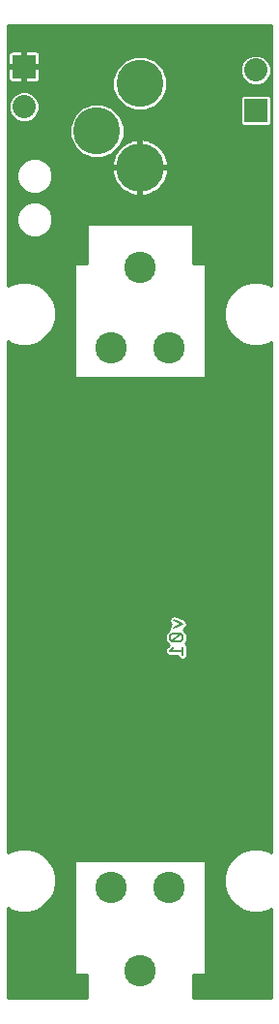
<source format=gbl>
G75*
%MOIN*%
%OFA0B0*%
%FSLAX25Y25*%
%IPPOS*%
%LPD*%
%AMOC8*
5,1,8,0,0,1.08239X$1,22.5*
%
%ADD10C,0.00800*%
%ADD11R,0.08000X0.08000*%
%ADD12C,0.08000*%
%ADD13C,0.16598*%
%ADD14C,0.16200*%
%ADD15C,0.10800*%
%ADD16C,0.01000*%
D10*
X0178730Y0163991D02*
X0182933Y0163991D01*
X0182933Y0165392D02*
X0182933Y0162590D01*
X0180131Y0165392D02*
X0178730Y0163991D01*
X0179430Y0167194D02*
X0182233Y0169996D01*
X0182933Y0169295D01*
X0182933Y0167894D01*
X0182233Y0167194D01*
X0179430Y0167194D01*
X0178730Y0167894D01*
X0178730Y0169295D01*
X0179430Y0169996D01*
X0182233Y0169996D01*
X0180131Y0171798D02*
X0182933Y0173199D01*
X0180131Y0174600D01*
D11*
X0208333Y0350000D03*
X0128333Y0365000D03*
D12*
X0128333Y0351220D03*
X0208333Y0363780D03*
D13*
X0168333Y0330363D03*
D14*
X0153524Y0342874D03*
X0168233Y0359185D03*
D15*
X0168333Y0295937D03*
X0158333Y0268189D03*
X0178333Y0268189D03*
X0178333Y0082598D03*
X0158333Y0082598D03*
X0168333Y0054063D03*
D16*
X0122833Y0044500D02*
X0122833Y0075474D01*
X0124087Y0074750D01*
X0126885Y0074000D01*
X0129782Y0074000D01*
X0132579Y0074750D01*
X0135087Y0076198D01*
X0137136Y0078246D01*
X0138584Y0080754D01*
X0139333Y0083552D01*
X0139333Y0086448D01*
X0138584Y0089246D01*
X0137136Y0091754D01*
X0135087Y0093802D01*
X0132579Y0095250D01*
X0129782Y0096000D01*
X0126885Y0096000D01*
X0124087Y0095250D01*
X0122833Y0094526D01*
X0122833Y0270474D01*
X0124087Y0269750D01*
X0126885Y0269000D01*
X0129782Y0269000D01*
X0132579Y0269750D01*
X0135087Y0271198D01*
X0137136Y0273246D01*
X0138584Y0275754D01*
X0139333Y0278552D01*
X0139333Y0281448D01*
X0138584Y0284246D01*
X0137136Y0286754D01*
X0135087Y0288802D01*
X0132579Y0290250D01*
X0129782Y0291000D01*
X0126885Y0291000D01*
X0124087Y0290250D01*
X0122833Y0289526D01*
X0122833Y0379201D01*
X0213755Y0379201D01*
X0213755Y0289572D01*
X0212579Y0290250D01*
X0209782Y0291000D01*
X0206885Y0291000D01*
X0204087Y0290250D01*
X0201579Y0288802D01*
X0199531Y0286754D01*
X0198083Y0284246D01*
X0197333Y0281448D01*
X0197333Y0278552D01*
X0198083Y0275754D01*
X0199531Y0273246D01*
X0201579Y0271198D01*
X0204087Y0269750D01*
X0206885Y0269000D01*
X0209782Y0269000D01*
X0212579Y0269750D01*
X0213755Y0270428D01*
X0213755Y0094572D01*
X0212579Y0095250D01*
X0209782Y0096000D01*
X0206885Y0096000D01*
X0204087Y0095250D01*
X0201579Y0093802D01*
X0199531Y0091754D01*
X0198083Y0089246D01*
X0197333Y0086448D01*
X0197333Y0083552D01*
X0198083Y0080754D01*
X0199531Y0078246D01*
X0201579Y0076198D01*
X0204087Y0074750D01*
X0206885Y0074000D01*
X0209782Y0074000D01*
X0212579Y0074750D01*
X0213755Y0075428D01*
X0213755Y0044500D01*
X0186733Y0044500D01*
X0186733Y0052663D01*
X0190606Y0052663D01*
X0191133Y0053190D01*
X0191133Y0091436D01*
X0190606Y0091963D01*
X0146061Y0091963D01*
X0145533Y0091436D01*
X0145533Y0053190D01*
X0146061Y0052663D01*
X0149933Y0052663D01*
X0149933Y0044500D01*
X0122833Y0044500D01*
X0122833Y0044993D02*
X0149933Y0044993D01*
X0149933Y0045991D02*
X0122833Y0045991D01*
X0122833Y0046990D02*
X0149933Y0046990D01*
X0149933Y0047988D02*
X0122833Y0047988D01*
X0122833Y0048987D02*
X0149933Y0048987D01*
X0149933Y0049985D02*
X0122833Y0049985D01*
X0122833Y0050984D02*
X0149933Y0050984D01*
X0149933Y0051982D02*
X0122833Y0051982D01*
X0122833Y0052981D02*
X0145743Y0052981D01*
X0145533Y0053979D02*
X0122833Y0053979D01*
X0122833Y0054978D02*
X0145533Y0054978D01*
X0145533Y0055976D02*
X0122833Y0055976D01*
X0122833Y0056975D02*
X0145533Y0056975D01*
X0145533Y0057973D02*
X0122833Y0057973D01*
X0122833Y0058972D02*
X0145533Y0058972D01*
X0145533Y0059970D02*
X0122833Y0059970D01*
X0122833Y0060969D02*
X0145533Y0060969D01*
X0145533Y0061967D02*
X0122833Y0061967D01*
X0122833Y0062966D02*
X0145533Y0062966D01*
X0145533Y0063964D02*
X0122833Y0063964D01*
X0122833Y0064963D02*
X0145533Y0064963D01*
X0145533Y0065961D02*
X0122833Y0065961D01*
X0122833Y0066960D02*
X0145533Y0066960D01*
X0145533Y0067958D02*
X0122833Y0067958D01*
X0122833Y0068957D02*
X0145533Y0068957D01*
X0145533Y0069955D02*
X0122833Y0069955D01*
X0122833Y0070954D02*
X0145533Y0070954D01*
X0145533Y0071952D02*
X0122833Y0071952D01*
X0122833Y0072951D02*
X0145533Y0072951D01*
X0145533Y0073949D02*
X0122833Y0073949D01*
X0122833Y0074948D02*
X0123744Y0074948D01*
X0132923Y0074948D02*
X0145533Y0074948D01*
X0145533Y0075946D02*
X0134652Y0075946D01*
X0135835Y0076945D02*
X0145533Y0076945D01*
X0145533Y0077943D02*
X0136833Y0077943D01*
X0137537Y0078942D02*
X0145533Y0078942D01*
X0145533Y0079940D02*
X0138114Y0079940D01*
X0138633Y0080939D02*
X0145533Y0080939D01*
X0145533Y0081937D02*
X0138901Y0081937D01*
X0139168Y0082936D02*
X0145533Y0082936D01*
X0145533Y0083934D02*
X0139333Y0083934D01*
X0139333Y0084933D02*
X0145533Y0084933D01*
X0145533Y0085932D02*
X0139333Y0085932D01*
X0139204Y0086930D02*
X0145533Y0086930D01*
X0145533Y0087929D02*
X0138937Y0087929D01*
X0138669Y0088927D02*
X0145533Y0088927D01*
X0145533Y0089926D02*
X0138191Y0089926D01*
X0137615Y0090924D02*
X0145533Y0090924D01*
X0146020Y0091923D02*
X0136967Y0091923D01*
X0135969Y0092921D02*
X0200698Y0092921D01*
X0199700Y0091923D02*
X0190647Y0091923D01*
X0191133Y0090924D02*
X0199052Y0090924D01*
X0198475Y0089926D02*
X0191133Y0089926D01*
X0191133Y0088927D02*
X0197998Y0088927D01*
X0197730Y0087929D02*
X0191133Y0087929D01*
X0191133Y0086930D02*
X0197462Y0086930D01*
X0197333Y0085932D02*
X0191133Y0085932D01*
X0191133Y0084933D02*
X0197333Y0084933D01*
X0197333Y0083934D02*
X0191133Y0083934D01*
X0191133Y0082936D02*
X0197498Y0082936D01*
X0197766Y0081937D02*
X0191133Y0081937D01*
X0191133Y0080939D02*
X0198033Y0080939D01*
X0198553Y0079940D02*
X0191133Y0079940D01*
X0191133Y0078942D02*
X0199129Y0078942D01*
X0199834Y0077943D02*
X0191133Y0077943D01*
X0191133Y0076945D02*
X0200832Y0076945D01*
X0202015Y0075946D02*
X0191133Y0075946D01*
X0191133Y0074948D02*
X0203744Y0074948D01*
X0212923Y0074948D02*
X0213755Y0074948D01*
X0213755Y0073949D02*
X0191133Y0073949D01*
X0191133Y0072951D02*
X0213755Y0072951D01*
X0213755Y0071952D02*
X0191133Y0071952D01*
X0191133Y0070954D02*
X0213755Y0070954D01*
X0213755Y0069955D02*
X0191133Y0069955D01*
X0191133Y0068957D02*
X0213755Y0068957D01*
X0213755Y0067958D02*
X0191133Y0067958D01*
X0191133Y0066960D02*
X0213755Y0066960D01*
X0213755Y0065961D02*
X0191133Y0065961D01*
X0191133Y0064963D02*
X0213755Y0064963D01*
X0213755Y0063964D02*
X0191133Y0063964D01*
X0191133Y0062966D02*
X0213755Y0062966D01*
X0213755Y0061967D02*
X0191133Y0061967D01*
X0191133Y0060969D02*
X0213755Y0060969D01*
X0213755Y0059970D02*
X0191133Y0059970D01*
X0191133Y0058972D02*
X0213755Y0058972D01*
X0213755Y0057973D02*
X0191133Y0057973D01*
X0191133Y0056975D02*
X0213755Y0056975D01*
X0213755Y0055976D02*
X0191133Y0055976D01*
X0191133Y0054978D02*
X0213755Y0054978D01*
X0213755Y0053979D02*
X0191133Y0053979D01*
X0190924Y0052981D02*
X0213755Y0052981D01*
X0213755Y0051982D02*
X0186733Y0051982D01*
X0186733Y0050984D02*
X0213755Y0050984D01*
X0213755Y0049985D02*
X0186733Y0049985D01*
X0186733Y0048987D02*
X0213755Y0048987D01*
X0213755Y0047988D02*
X0186733Y0047988D01*
X0186733Y0046990D02*
X0213755Y0046990D01*
X0213755Y0045991D02*
X0186733Y0045991D01*
X0186733Y0044993D02*
X0213755Y0044993D01*
X0213755Y0094918D02*
X0213155Y0094918D01*
X0213755Y0095917D02*
X0210093Y0095917D01*
X0206574Y0095917D02*
X0130093Y0095917D01*
X0133155Y0094918D02*
X0203512Y0094918D01*
X0201783Y0093920D02*
X0134884Y0093920D01*
X0126574Y0095917D02*
X0122833Y0095917D01*
X0122833Y0096915D02*
X0213755Y0096915D01*
X0213755Y0097914D02*
X0122833Y0097914D01*
X0122833Y0098912D02*
X0213755Y0098912D01*
X0213755Y0099911D02*
X0122833Y0099911D01*
X0122833Y0100909D02*
X0213755Y0100909D01*
X0213755Y0101908D02*
X0122833Y0101908D01*
X0122833Y0102906D02*
X0213755Y0102906D01*
X0213755Y0103905D02*
X0122833Y0103905D01*
X0122833Y0104903D02*
X0213755Y0104903D01*
X0213755Y0105902D02*
X0122833Y0105902D01*
X0122833Y0106900D02*
X0213755Y0106900D01*
X0213755Y0107899D02*
X0122833Y0107899D01*
X0122833Y0108897D02*
X0213755Y0108897D01*
X0213755Y0109896D02*
X0122833Y0109896D01*
X0122833Y0110894D02*
X0213755Y0110894D01*
X0213755Y0111893D02*
X0122833Y0111893D01*
X0122833Y0112891D02*
X0213755Y0112891D01*
X0213755Y0113890D02*
X0122833Y0113890D01*
X0122833Y0114888D02*
X0213755Y0114888D01*
X0213755Y0115887D02*
X0122833Y0115887D01*
X0122833Y0116885D02*
X0213755Y0116885D01*
X0213755Y0117884D02*
X0122833Y0117884D01*
X0122833Y0118882D02*
X0213755Y0118882D01*
X0213755Y0119881D02*
X0122833Y0119881D01*
X0122833Y0120879D02*
X0213755Y0120879D01*
X0213755Y0121878D02*
X0122833Y0121878D01*
X0122833Y0122876D02*
X0213755Y0122876D01*
X0213755Y0123875D02*
X0122833Y0123875D01*
X0122833Y0124873D02*
X0213755Y0124873D01*
X0213755Y0125872D02*
X0122833Y0125872D01*
X0122833Y0126870D02*
X0213755Y0126870D01*
X0213755Y0127869D02*
X0122833Y0127869D01*
X0122833Y0128868D02*
X0213755Y0128868D01*
X0213755Y0129866D02*
X0122833Y0129866D01*
X0122833Y0130865D02*
X0213755Y0130865D01*
X0213755Y0131863D02*
X0122833Y0131863D01*
X0122833Y0132862D02*
X0213755Y0132862D01*
X0213755Y0133860D02*
X0122833Y0133860D01*
X0122833Y0134859D02*
X0213755Y0134859D01*
X0213755Y0135857D02*
X0122833Y0135857D01*
X0122833Y0136856D02*
X0213755Y0136856D01*
X0213755Y0137854D02*
X0122833Y0137854D01*
X0122833Y0138853D02*
X0213755Y0138853D01*
X0213755Y0139851D02*
X0122833Y0139851D01*
X0122833Y0140850D02*
X0213755Y0140850D01*
X0213755Y0141848D02*
X0122833Y0141848D01*
X0122833Y0142847D02*
X0213755Y0142847D01*
X0213755Y0143845D02*
X0122833Y0143845D01*
X0122833Y0144844D02*
X0213755Y0144844D01*
X0213755Y0145842D02*
X0122833Y0145842D01*
X0122833Y0146841D02*
X0213755Y0146841D01*
X0213755Y0147839D02*
X0122833Y0147839D01*
X0122833Y0148838D02*
X0213755Y0148838D01*
X0213755Y0149836D02*
X0122833Y0149836D01*
X0122833Y0150835D02*
X0213755Y0150835D01*
X0213755Y0151833D02*
X0122833Y0151833D01*
X0122833Y0152832D02*
X0213755Y0152832D01*
X0213755Y0153830D02*
X0122833Y0153830D01*
X0122833Y0154829D02*
X0213755Y0154829D01*
X0213755Y0155827D02*
X0122833Y0155827D01*
X0122833Y0156826D02*
X0213755Y0156826D01*
X0213755Y0157824D02*
X0122833Y0157824D01*
X0122833Y0158823D02*
X0213755Y0158823D01*
X0213755Y0159821D02*
X0122833Y0159821D01*
X0122833Y0160820D02*
X0213755Y0160820D01*
X0213755Y0161818D02*
X0184566Y0161818D01*
X0184633Y0161886D02*
X0184633Y0166096D01*
X0184086Y0166643D01*
X0184633Y0167190D01*
X0184633Y0170000D01*
X0183933Y0170700D01*
X0183201Y0171432D01*
X0183586Y0171624D01*
X0184139Y0171809D01*
X0184200Y0171932D01*
X0184323Y0171993D01*
X0184508Y0172547D01*
X0184769Y0173068D01*
X0184725Y0173199D01*
X0184769Y0173329D01*
X0184508Y0173851D01*
X0184323Y0174404D01*
X0184200Y0174466D01*
X0184139Y0174589D01*
X0183586Y0174773D01*
X0180261Y0176435D01*
X0178925Y0175990D01*
X0178296Y0174730D01*
X0178741Y0173394D01*
X0179132Y0173199D01*
X0178741Y0173003D01*
X0178296Y0171667D01*
X0178429Y0171399D01*
X0178026Y0170995D01*
X0178026Y0170995D01*
X0177030Y0170000D01*
X0177030Y0169288D01*
X0177030Y0168598D01*
X0177030Y0167887D01*
X0177030Y0167190D01*
X0177054Y0167165D01*
X0178026Y0166194D01*
X0178277Y0165943D01*
X0178026Y0165691D01*
X0178026Y0165691D01*
X0177817Y0165483D01*
X0177030Y0164695D01*
X0177030Y0163287D01*
X0177535Y0162782D01*
X0178026Y0162291D01*
X0181233Y0162291D01*
X0181233Y0161886D01*
X0182229Y0160890D01*
X0183637Y0160890D01*
X0184633Y0161886D01*
X0184633Y0162817D02*
X0213755Y0162817D01*
X0213755Y0163815D02*
X0184633Y0163815D01*
X0184633Y0164814D02*
X0213755Y0164814D01*
X0213755Y0165812D02*
X0184633Y0165812D01*
X0184254Y0166811D02*
X0213755Y0166811D01*
X0213755Y0167809D02*
X0184633Y0167809D01*
X0184633Y0168808D02*
X0213755Y0168808D01*
X0213755Y0169806D02*
X0184633Y0169806D01*
X0183828Y0170805D02*
X0213755Y0170805D01*
X0213755Y0171803D02*
X0184123Y0171803D01*
X0184636Y0172802D02*
X0213755Y0172802D01*
X0213755Y0173801D02*
X0184533Y0173801D01*
X0183534Y0174799D02*
X0213755Y0174799D01*
X0213755Y0175798D02*
X0181537Y0175798D01*
X0178829Y0175798D02*
X0122833Y0175798D01*
X0122833Y0176796D02*
X0213755Y0176796D01*
X0213755Y0177795D02*
X0122833Y0177795D01*
X0122833Y0178793D02*
X0213755Y0178793D01*
X0213755Y0179792D02*
X0122833Y0179792D01*
X0122833Y0180790D02*
X0213755Y0180790D01*
X0213755Y0181789D02*
X0122833Y0181789D01*
X0122833Y0182787D02*
X0213755Y0182787D01*
X0213755Y0183786D02*
X0122833Y0183786D01*
X0122833Y0184784D02*
X0213755Y0184784D01*
X0213755Y0185783D02*
X0122833Y0185783D01*
X0122833Y0186781D02*
X0213755Y0186781D01*
X0213755Y0187780D02*
X0122833Y0187780D01*
X0122833Y0188778D02*
X0213755Y0188778D01*
X0213755Y0189777D02*
X0122833Y0189777D01*
X0122833Y0190775D02*
X0213755Y0190775D01*
X0213755Y0191774D02*
X0122833Y0191774D01*
X0122833Y0192772D02*
X0213755Y0192772D01*
X0213755Y0193771D02*
X0122833Y0193771D01*
X0122833Y0194769D02*
X0213755Y0194769D01*
X0213755Y0195768D02*
X0122833Y0195768D01*
X0122833Y0196766D02*
X0213755Y0196766D01*
X0213755Y0197765D02*
X0122833Y0197765D01*
X0122833Y0198763D02*
X0213755Y0198763D01*
X0213755Y0199762D02*
X0122833Y0199762D01*
X0122833Y0200760D02*
X0213755Y0200760D01*
X0213755Y0201759D02*
X0122833Y0201759D01*
X0122833Y0202757D02*
X0213755Y0202757D01*
X0213755Y0203756D02*
X0122833Y0203756D01*
X0122833Y0204754D02*
X0213755Y0204754D01*
X0213755Y0205753D02*
X0122833Y0205753D01*
X0122833Y0206751D02*
X0213755Y0206751D01*
X0213755Y0207750D02*
X0122833Y0207750D01*
X0122833Y0208748D02*
X0213755Y0208748D01*
X0213755Y0209747D02*
X0122833Y0209747D01*
X0122833Y0210745D02*
X0213755Y0210745D01*
X0213755Y0211744D02*
X0122833Y0211744D01*
X0122833Y0212742D02*
X0213755Y0212742D01*
X0213755Y0213741D02*
X0122833Y0213741D01*
X0122833Y0214739D02*
X0213755Y0214739D01*
X0213755Y0215738D02*
X0122833Y0215738D01*
X0122833Y0216737D02*
X0213755Y0216737D01*
X0213755Y0217735D02*
X0122833Y0217735D01*
X0122833Y0218734D02*
X0213755Y0218734D01*
X0213755Y0219732D02*
X0122833Y0219732D01*
X0122833Y0220731D02*
X0213755Y0220731D01*
X0213755Y0221729D02*
X0122833Y0221729D01*
X0122833Y0222728D02*
X0213755Y0222728D01*
X0213755Y0223726D02*
X0122833Y0223726D01*
X0122833Y0224725D02*
X0213755Y0224725D01*
X0213755Y0225723D02*
X0122833Y0225723D01*
X0122833Y0226722D02*
X0213755Y0226722D01*
X0213755Y0227720D02*
X0122833Y0227720D01*
X0122833Y0228719D02*
X0213755Y0228719D01*
X0213755Y0229717D02*
X0122833Y0229717D01*
X0122833Y0230716D02*
X0213755Y0230716D01*
X0213755Y0231714D02*
X0122833Y0231714D01*
X0122833Y0232713D02*
X0213755Y0232713D01*
X0213755Y0233711D02*
X0122833Y0233711D01*
X0122833Y0234710D02*
X0213755Y0234710D01*
X0213755Y0235708D02*
X0122833Y0235708D01*
X0122833Y0236707D02*
X0213755Y0236707D01*
X0213755Y0237705D02*
X0122833Y0237705D01*
X0122833Y0238704D02*
X0213755Y0238704D01*
X0213755Y0239702D02*
X0122833Y0239702D01*
X0122833Y0240701D02*
X0213755Y0240701D01*
X0213755Y0241699D02*
X0122833Y0241699D01*
X0122833Y0242698D02*
X0213755Y0242698D01*
X0213755Y0243696D02*
X0122833Y0243696D01*
X0122833Y0244695D02*
X0213755Y0244695D01*
X0213755Y0245693D02*
X0122833Y0245693D01*
X0122833Y0246692D02*
X0213755Y0246692D01*
X0213755Y0247690D02*
X0122833Y0247690D01*
X0122833Y0248689D02*
X0213755Y0248689D01*
X0213755Y0249687D02*
X0122833Y0249687D01*
X0122833Y0250686D02*
X0213755Y0250686D01*
X0213755Y0251684D02*
X0122833Y0251684D01*
X0122833Y0252683D02*
X0213755Y0252683D01*
X0213755Y0253681D02*
X0122833Y0253681D01*
X0122833Y0254680D02*
X0213755Y0254680D01*
X0213755Y0255678D02*
X0122833Y0255678D01*
X0122833Y0256677D02*
X0213755Y0256677D01*
X0213755Y0257675D02*
X0122833Y0257675D01*
X0122833Y0258674D02*
X0145533Y0258674D01*
X0145533Y0258564D02*
X0146061Y0258037D01*
X0146806Y0258037D01*
X0189861Y0258037D01*
X0190606Y0258037D01*
X0191133Y0258564D01*
X0191133Y0296810D01*
X0190606Y0297337D01*
X0186733Y0297337D01*
X0186733Y0310510D01*
X0186206Y0311037D01*
X0150461Y0311037D01*
X0149933Y0310510D01*
X0149933Y0297337D01*
X0146061Y0297337D01*
X0145533Y0296810D01*
X0145533Y0258564D01*
X0145533Y0259672D02*
X0122833Y0259672D01*
X0122833Y0260671D02*
X0145533Y0260671D01*
X0145533Y0261670D02*
X0122833Y0261670D01*
X0122833Y0262668D02*
X0145533Y0262668D01*
X0145533Y0263667D02*
X0122833Y0263667D01*
X0122833Y0264665D02*
X0145533Y0264665D01*
X0145533Y0265664D02*
X0122833Y0265664D01*
X0122833Y0266662D02*
X0145533Y0266662D01*
X0145533Y0267661D02*
X0122833Y0267661D01*
X0122833Y0268659D02*
X0145533Y0268659D01*
X0145533Y0269658D02*
X0132236Y0269658D01*
X0134149Y0270656D02*
X0145533Y0270656D01*
X0145533Y0271655D02*
X0135544Y0271655D01*
X0136543Y0272653D02*
X0145533Y0272653D01*
X0145533Y0273652D02*
X0137370Y0273652D01*
X0137946Y0274650D02*
X0145533Y0274650D01*
X0145533Y0275649D02*
X0138523Y0275649D01*
X0138823Y0276647D02*
X0145533Y0276647D01*
X0145533Y0277646D02*
X0139091Y0277646D01*
X0139333Y0278644D02*
X0145533Y0278644D01*
X0145533Y0279643D02*
X0139333Y0279643D01*
X0139333Y0280641D02*
X0145533Y0280641D01*
X0145533Y0281640D02*
X0139282Y0281640D01*
X0139014Y0282638D02*
X0145533Y0282638D01*
X0145533Y0283637D02*
X0138747Y0283637D01*
X0138359Y0284635D02*
X0145533Y0284635D01*
X0145533Y0285634D02*
X0137782Y0285634D01*
X0137206Y0286632D02*
X0145533Y0286632D01*
X0145533Y0287631D02*
X0136259Y0287631D01*
X0135260Y0288629D02*
X0145533Y0288629D01*
X0145533Y0289628D02*
X0133657Y0289628D01*
X0131176Y0290626D02*
X0145533Y0290626D01*
X0145533Y0291625D02*
X0122833Y0291625D01*
X0122833Y0292623D02*
X0145533Y0292623D01*
X0145533Y0293622D02*
X0122833Y0293622D01*
X0122833Y0294620D02*
X0145533Y0294620D01*
X0145533Y0295619D02*
X0122833Y0295619D01*
X0122833Y0296617D02*
X0145533Y0296617D01*
X0149933Y0297616D02*
X0122833Y0297616D01*
X0122833Y0298614D02*
X0149933Y0298614D01*
X0149933Y0299613D02*
X0122833Y0299613D01*
X0122833Y0300611D02*
X0149933Y0300611D01*
X0149933Y0301610D02*
X0122833Y0301610D01*
X0122833Y0302608D02*
X0149933Y0302608D01*
X0149933Y0303607D02*
X0122833Y0303607D01*
X0122833Y0304605D02*
X0149933Y0304605D01*
X0149933Y0305604D02*
X0122833Y0305604D01*
X0122833Y0306603D02*
X0130149Y0306603D01*
X0130767Y0306346D02*
X0133223Y0306346D01*
X0135492Y0307286D01*
X0137228Y0309023D01*
X0138168Y0311292D01*
X0138168Y0313748D01*
X0137228Y0316017D01*
X0135492Y0317753D01*
X0133223Y0318693D01*
X0130767Y0318693D01*
X0128498Y0317753D01*
X0126761Y0316017D01*
X0125822Y0313748D01*
X0125822Y0311292D01*
X0126761Y0309023D01*
X0128498Y0307286D01*
X0130767Y0306346D01*
X0128183Y0307601D02*
X0122833Y0307601D01*
X0122833Y0308600D02*
X0127185Y0308600D01*
X0126523Y0309598D02*
X0122833Y0309598D01*
X0122833Y0310597D02*
X0126109Y0310597D01*
X0125822Y0311595D02*
X0122833Y0311595D01*
X0122833Y0312594D02*
X0125822Y0312594D01*
X0125822Y0313592D02*
X0122833Y0313592D01*
X0122833Y0314591D02*
X0126171Y0314591D01*
X0126584Y0315589D02*
X0122833Y0315589D01*
X0122833Y0316588D02*
X0127332Y0316588D01*
X0128331Y0317586D02*
X0122833Y0317586D01*
X0122833Y0318585D02*
X0130505Y0318585D01*
X0130767Y0321307D02*
X0128498Y0322247D01*
X0126761Y0323983D01*
X0125822Y0326252D01*
X0125822Y0328708D01*
X0126761Y0330977D01*
X0128498Y0332714D01*
X0130767Y0333654D01*
X0133223Y0333654D01*
X0135492Y0332714D01*
X0137228Y0330977D01*
X0138168Y0328708D01*
X0138168Y0326252D01*
X0137228Y0323983D01*
X0135492Y0322247D01*
X0133223Y0321307D01*
X0130767Y0321307D01*
X0130107Y0321580D02*
X0122833Y0321580D01*
X0122833Y0320582D02*
X0167624Y0320582D01*
X0167783Y0320564D02*
X0167833Y0320564D01*
X0167833Y0329863D01*
X0158534Y0329863D01*
X0158534Y0329813D01*
X0158657Y0328719D01*
X0158902Y0327646D01*
X0159266Y0326607D01*
X0159743Y0325615D01*
X0160329Y0324684D01*
X0161015Y0323823D01*
X0161793Y0323045D01*
X0162654Y0322359D01*
X0163586Y0321773D01*
X0164577Y0321295D01*
X0165616Y0320932D01*
X0166689Y0320687D01*
X0167783Y0320564D01*
X0167833Y0320582D02*
X0168833Y0320582D01*
X0168833Y0320564D02*
X0168884Y0320564D01*
X0169977Y0320687D01*
X0171050Y0320932D01*
X0172089Y0321295D01*
X0173081Y0321773D01*
X0174013Y0322359D01*
X0174873Y0323045D01*
X0175652Y0323823D01*
X0176338Y0324684D01*
X0176923Y0325615D01*
X0177401Y0326607D01*
X0177764Y0327646D01*
X0178009Y0328719D01*
X0178133Y0329813D01*
X0178133Y0329863D01*
X0168833Y0329863D01*
X0168833Y0320564D01*
X0169043Y0320582D02*
X0213755Y0320582D01*
X0213755Y0321580D02*
X0172681Y0321580D01*
X0174289Y0322579D02*
X0213755Y0322579D01*
X0213755Y0323577D02*
X0175406Y0323577D01*
X0176252Y0324576D02*
X0213755Y0324576D01*
X0213755Y0325574D02*
X0176897Y0325574D01*
X0177384Y0326573D02*
X0213755Y0326573D01*
X0213755Y0327571D02*
X0177738Y0327571D01*
X0177975Y0328570D02*
X0213755Y0328570D01*
X0213755Y0329568D02*
X0178105Y0329568D01*
X0178133Y0330863D02*
X0178133Y0330913D01*
X0178009Y0332007D01*
X0177764Y0333080D01*
X0177401Y0334119D01*
X0176923Y0335111D01*
X0176338Y0336042D01*
X0175652Y0336903D01*
X0174873Y0337681D01*
X0174013Y0338367D01*
X0173081Y0338953D01*
X0172089Y0339431D01*
X0171050Y0339794D01*
X0169977Y0340039D01*
X0168884Y0340162D01*
X0168833Y0340162D01*
X0168833Y0330863D01*
X0167833Y0330863D01*
X0167833Y0329863D01*
X0168833Y0329863D01*
X0168833Y0330863D01*
X0178133Y0330863D01*
X0178059Y0331565D02*
X0213755Y0331565D01*
X0213755Y0330567D02*
X0168833Y0330567D01*
X0168833Y0331565D02*
X0167833Y0331565D01*
X0167833Y0330863D02*
X0167833Y0340162D01*
X0167783Y0340162D01*
X0166689Y0340039D01*
X0165616Y0339794D01*
X0164577Y0339431D01*
X0163586Y0338953D01*
X0162654Y0338367D01*
X0161793Y0337681D01*
X0161015Y0336903D01*
X0160329Y0336042D01*
X0159743Y0335111D01*
X0159266Y0334119D01*
X0158902Y0333080D01*
X0158657Y0332007D01*
X0158534Y0330913D01*
X0158534Y0330863D01*
X0167833Y0330863D01*
X0167833Y0330567D02*
X0137398Y0330567D01*
X0137812Y0329568D02*
X0158562Y0329568D01*
X0158691Y0328570D02*
X0138168Y0328570D01*
X0138168Y0327571D02*
X0158928Y0327571D01*
X0159282Y0326573D02*
X0138168Y0326573D01*
X0137887Y0325574D02*
X0159769Y0325574D01*
X0160415Y0324576D02*
X0137473Y0324576D01*
X0136822Y0323577D02*
X0161261Y0323577D01*
X0162378Y0322579D02*
X0135823Y0322579D01*
X0133882Y0321580D02*
X0163986Y0321580D01*
X0167833Y0321580D02*
X0168833Y0321580D01*
X0168833Y0322579D02*
X0167833Y0322579D01*
X0167833Y0323577D02*
X0168833Y0323577D01*
X0168833Y0324576D02*
X0167833Y0324576D01*
X0167833Y0325574D02*
X0168833Y0325574D01*
X0168833Y0326573D02*
X0167833Y0326573D01*
X0167833Y0327571D02*
X0168833Y0327571D01*
X0168833Y0328570D02*
X0167833Y0328570D01*
X0167833Y0329568D02*
X0168833Y0329568D01*
X0168833Y0332564D02*
X0167833Y0332564D01*
X0167833Y0333562D02*
X0168833Y0333562D01*
X0168833Y0334561D02*
X0167833Y0334561D01*
X0167833Y0335559D02*
X0168833Y0335559D01*
X0168833Y0336558D02*
X0167833Y0336558D01*
X0167833Y0337556D02*
X0168833Y0337556D01*
X0168833Y0338555D02*
X0167833Y0338555D01*
X0167833Y0339553D02*
X0168833Y0339553D01*
X0171738Y0339553D02*
X0213755Y0339553D01*
X0213755Y0338555D02*
X0173714Y0338555D01*
X0174998Y0337556D02*
X0213755Y0337556D01*
X0213755Y0336558D02*
X0175927Y0336558D01*
X0176641Y0335559D02*
X0213755Y0335559D01*
X0213755Y0334561D02*
X0177188Y0334561D01*
X0177596Y0333562D02*
X0213755Y0333562D01*
X0213755Y0332564D02*
X0177882Y0332564D01*
X0164929Y0339553D02*
X0162323Y0339553D01*
X0161909Y0338555D02*
X0162952Y0338555D01*
X0161669Y0337556D02*
X0161496Y0337556D01*
X0161493Y0337549D02*
X0162924Y0341004D01*
X0162924Y0344744D01*
X0161493Y0348199D01*
X0158849Y0350843D01*
X0155394Y0352274D01*
X0151654Y0352274D01*
X0148199Y0350843D01*
X0145555Y0348199D01*
X0144124Y0344744D01*
X0144124Y0341004D01*
X0145555Y0337549D01*
X0148199Y0334905D01*
X0151654Y0333474D01*
X0155394Y0333474D01*
X0158849Y0334905D01*
X0161493Y0337549D01*
X0160740Y0336558D02*
X0160501Y0336558D01*
X0160025Y0335559D02*
X0159503Y0335559D01*
X0159479Y0334561D02*
X0158017Y0334561D01*
X0159071Y0333562D02*
X0155607Y0333562D01*
X0158784Y0332564D02*
X0135641Y0332564D01*
X0136640Y0331565D02*
X0158608Y0331565D01*
X0151441Y0333562D02*
X0133443Y0333562D01*
X0130547Y0333562D02*
X0122833Y0333562D01*
X0122833Y0332564D02*
X0128348Y0332564D01*
X0127349Y0331565D02*
X0122833Y0331565D01*
X0122833Y0330567D02*
X0126591Y0330567D01*
X0126178Y0329568D02*
X0122833Y0329568D01*
X0122833Y0328570D02*
X0125822Y0328570D01*
X0125822Y0327571D02*
X0122833Y0327571D01*
X0122833Y0326573D02*
X0125822Y0326573D01*
X0126102Y0325574D02*
X0122833Y0325574D01*
X0122833Y0324576D02*
X0126516Y0324576D01*
X0127168Y0323577D02*
X0122833Y0323577D01*
X0122833Y0322579D02*
X0128166Y0322579D01*
X0122833Y0319583D02*
X0213755Y0319583D01*
X0213755Y0318585D02*
X0133484Y0318585D01*
X0135659Y0317586D02*
X0213755Y0317586D01*
X0213755Y0316588D02*
X0136657Y0316588D01*
X0137405Y0315589D02*
X0213755Y0315589D01*
X0213755Y0314591D02*
X0137819Y0314591D01*
X0138168Y0313592D02*
X0213755Y0313592D01*
X0213755Y0312594D02*
X0138168Y0312594D01*
X0138168Y0311595D02*
X0213755Y0311595D01*
X0213755Y0310597D02*
X0186647Y0310597D01*
X0186733Y0309598D02*
X0213755Y0309598D01*
X0213755Y0308600D02*
X0186733Y0308600D01*
X0186733Y0307601D02*
X0213755Y0307601D01*
X0213755Y0306603D02*
X0186733Y0306603D01*
X0186733Y0305604D02*
X0213755Y0305604D01*
X0213755Y0304605D02*
X0186733Y0304605D01*
X0186733Y0303607D02*
X0213755Y0303607D01*
X0213755Y0302608D02*
X0186733Y0302608D01*
X0186733Y0301610D02*
X0213755Y0301610D01*
X0213755Y0300611D02*
X0186733Y0300611D01*
X0186733Y0299613D02*
X0213755Y0299613D01*
X0213755Y0298614D02*
X0186733Y0298614D01*
X0186733Y0297616D02*
X0213755Y0297616D01*
X0213755Y0296617D02*
X0191133Y0296617D01*
X0191133Y0295619D02*
X0213755Y0295619D01*
X0213755Y0294620D02*
X0191133Y0294620D01*
X0191133Y0293622D02*
X0213755Y0293622D01*
X0213755Y0292623D02*
X0191133Y0292623D01*
X0191133Y0291625D02*
X0213755Y0291625D01*
X0213755Y0290626D02*
X0211176Y0290626D01*
X0213657Y0289628D02*
X0213755Y0289628D01*
X0205491Y0290626D02*
X0191133Y0290626D01*
X0191133Y0289628D02*
X0203009Y0289628D01*
X0201406Y0288629D02*
X0191133Y0288629D01*
X0191133Y0287631D02*
X0200408Y0287631D01*
X0199461Y0286632D02*
X0191133Y0286632D01*
X0191133Y0285634D02*
X0198884Y0285634D01*
X0198308Y0284635D02*
X0191133Y0284635D01*
X0191133Y0283637D02*
X0197920Y0283637D01*
X0197652Y0282638D02*
X0191133Y0282638D01*
X0191133Y0281640D02*
X0197385Y0281640D01*
X0197333Y0280641D02*
X0191133Y0280641D01*
X0191133Y0279643D02*
X0197333Y0279643D01*
X0197333Y0278644D02*
X0191133Y0278644D01*
X0191133Y0277646D02*
X0197576Y0277646D01*
X0197844Y0276647D02*
X0191133Y0276647D01*
X0191133Y0275649D02*
X0198144Y0275649D01*
X0198720Y0274650D02*
X0191133Y0274650D01*
X0191133Y0273652D02*
X0199297Y0273652D01*
X0200124Y0272653D02*
X0191133Y0272653D01*
X0191133Y0271655D02*
X0201122Y0271655D01*
X0202517Y0270656D02*
X0191133Y0270656D01*
X0191133Y0269658D02*
X0204431Y0269658D01*
X0212236Y0269658D02*
X0213755Y0269658D01*
X0213755Y0268659D02*
X0191133Y0268659D01*
X0191133Y0267661D02*
X0213755Y0267661D01*
X0213755Y0266662D02*
X0191133Y0266662D01*
X0191133Y0265664D02*
X0213755Y0265664D01*
X0213755Y0264665D02*
X0191133Y0264665D01*
X0191133Y0263667D02*
X0213755Y0263667D01*
X0213755Y0262668D02*
X0191133Y0262668D01*
X0191133Y0261670D02*
X0213755Y0261670D01*
X0213755Y0260671D02*
X0191133Y0260671D01*
X0191133Y0259672D02*
X0213755Y0259672D01*
X0213755Y0258674D02*
X0191133Y0258674D01*
X0149933Y0306603D02*
X0133841Y0306603D01*
X0135806Y0307601D02*
X0149933Y0307601D01*
X0149933Y0308600D02*
X0136805Y0308600D01*
X0137466Y0309598D02*
X0149933Y0309598D01*
X0150020Y0310597D02*
X0137880Y0310597D01*
X0125491Y0290626D02*
X0122833Y0290626D01*
X0122833Y0289628D02*
X0123009Y0289628D01*
X0122833Y0269658D02*
X0124431Y0269658D01*
X0122833Y0334561D02*
X0149030Y0334561D01*
X0147545Y0335559D02*
X0122833Y0335559D01*
X0122833Y0336558D02*
X0146546Y0336558D01*
X0145552Y0337556D02*
X0122833Y0337556D01*
X0122833Y0338555D02*
X0145138Y0338555D01*
X0144725Y0339553D02*
X0122833Y0339553D01*
X0122833Y0340552D02*
X0144311Y0340552D01*
X0144124Y0341550D02*
X0122833Y0341550D01*
X0122833Y0342549D02*
X0144124Y0342549D01*
X0144124Y0343547D02*
X0122833Y0343547D01*
X0122833Y0344546D02*
X0144124Y0344546D01*
X0144456Y0345544D02*
X0122833Y0345544D01*
X0122833Y0346543D02*
X0125776Y0346543D01*
X0125331Y0346727D02*
X0127279Y0345920D01*
X0129388Y0345920D01*
X0131336Y0346727D01*
X0132826Y0348218D01*
X0133633Y0350166D01*
X0133633Y0352275D01*
X0132826Y0354223D01*
X0131336Y0355714D01*
X0129388Y0356520D01*
X0127279Y0356520D01*
X0125331Y0355714D01*
X0123840Y0354223D01*
X0123033Y0352275D01*
X0123033Y0350166D01*
X0123840Y0348218D01*
X0125331Y0346727D01*
X0124517Y0347541D02*
X0122833Y0347541D01*
X0122833Y0348540D02*
X0123707Y0348540D01*
X0123293Y0349539D02*
X0122833Y0349539D01*
X0122833Y0350537D02*
X0123033Y0350537D01*
X0123033Y0351536D02*
X0122833Y0351536D01*
X0122833Y0352534D02*
X0123141Y0352534D01*
X0122833Y0353533D02*
X0123554Y0353533D01*
X0124149Y0354531D02*
X0122833Y0354531D01*
X0122833Y0355530D02*
X0125147Y0355530D01*
X0122833Y0356528D02*
X0159159Y0356528D01*
X0158833Y0357315D02*
X0160264Y0353860D01*
X0162909Y0351216D01*
X0166364Y0349785D01*
X0170103Y0349785D01*
X0173558Y0351216D01*
X0176202Y0353860D01*
X0177633Y0357315D01*
X0177633Y0361055D01*
X0176202Y0364510D01*
X0173558Y0367154D01*
X0170103Y0368585D01*
X0166364Y0368585D01*
X0162909Y0367154D01*
X0160264Y0364510D01*
X0158833Y0361055D01*
X0158833Y0357315D01*
X0158833Y0357527D02*
X0122833Y0357527D01*
X0122833Y0358525D02*
X0158833Y0358525D01*
X0158833Y0359524D02*
X0132619Y0359524D01*
X0132531Y0359500D02*
X0132912Y0359602D01*
X0133254Y0359800D01*
X0133534Y0360079D01*
X0133731Y0360421D01*
X0133833Y0360803D01*
X0133833Y0364500D01*
X0128833Y0364500D01*
X0128833Y0359500D01*
X0132531Y0359500D01*
X0133758Y0360522D02*
X0158833Y0360522D01*
X0159026Y0361521D02*
X0133833Y0361521D01*
X0133833Y0362519D02*
X0159440Y0362519D01*
X0159853Y0363518D02*
X0133833Y0363518D01*
X0133833Y0365500D02*
X0133833Y0369197D01*
X0133731Y0369579D01*
X0133534Y0369921D01*
X0133254Y0370200D01*
X0132912Y0370398D01*
X0132531Y0370500D01*
X0128833Y0370500D01*
X0128833Y0365500D01*
X0127833Y0365500D01*
X0127833Y0364500D01*
X0122833Y0364500D01*
X0122833Y0360803D01*
X0122936Y0360421D01*
X0123133Y0360079D01*
X0123412Y0359800D01*
X0123754Y0359602D01*
X0124136Y0359500D01*
X0127833Y0359500D01*
X0127833Y0364500D01*
X0128833Y0364500D01*
X0128833Y0365500D01*
X0133833Y0365500D01*
X0133833Y0365515D02*
X0161269Y0365515D01*
X0160271Y0364516D02*
X0128833Y0364516D01*
X0128833Y0363518D02*
X0127833Y0363518D01*
X0127833Y0364516D02*
X0122833Y0364516D01*
X0122833Y0365500D02*
X0127833Y0365500D01*
X0127833Y0370500D01*
X0124136Y0370500D01*
X0123754Y0370398D01*
X0123412Y0370200D01*
X0123133Y0369921D01*
X0122936Y0369579D01*
X0122833Y0369197D01*
X0122833Y0365500D01*
X0122833Y0365515D02*
X0122833Y0365515D01*
X0122833Y0366513D02*
X0122833Y0366513D01*
X0122833Y0367512D02*
X0122833Y0367512D01*
X0122833Y0368510D02*
X0122833Y0368510D01*
X0122833Y0369509D02*
X0122917Y0369509D01*
X0122833Y0370507D02*
X0213755Y0370507D01*
X0213755Y0369509D02*
X0133750Y0369509D01*
X0133833Y0368510D02*
X0166183Y0368510D01*
X0163772Y0367512D02*
X0133833Y0367512D01*
X0133833Y0366513D02*
X0162268Y0366513D01*
X0159573Y0355530D02*
X0131520Y0355530D01*
X0132518Y0354531D02*
X0159987Y0354531D01*
X0160592Y0353533D02*
X0133112Y0353533D01*
X0133526Y0352534D02*
X0161591Y0352534D01*
X0162589Y0351536D02*
X0157176Y0351536D01*
X0159154Y0350537D02*
X0164548Y0350537D01*
X0161151Y0348540D02*
X0203033Y0348540D01*
X0203033Y0349539D02*
X0160153Y0349539D01*
X0161765Y0347541D02*
X0203033Y0347541D01*
X0203033Y0346543D02*
X0162179Y0346543D01*
X0162592Y0345544D02*
X0203033Y0345544D01*
X0203033Y0345462D02*
X0203795Y0344700D01*
X0212872Y0344700D01*
X0213633Y0345462D01*
X0213633Y0354538D01*
X0212872Y0355300D01*
X0203795Y0355300D01*
X0203033Y0354538D01*
X0203033Y0345462D01*
X0203033Y0350537D02*
X0171919Y0350537D01*
X0173877Y0351536D02*
X0203033Y0351536D01*
X0203033Y0352534D02*
X0174876Y0352534D01*
X0175874Y0353533D02*
X0203033Y0353533D01*
X0203033Y0354531D02*
X0176480Y0354531D01*
X0176894Y0355530D02*
X0213755Y0355530D01*
X0213755Y0356528D02*
X0177307Y0356528D01*
X0177633Y0357527D02*
X0213755Y0357527D01*
X0213755Y0358525D02*
X0209498Y0358525D01*
X0209388Y0358480D02*
X0211336Y0359286D01*
X0212826Y0360777D01*
X0213633Y0362725D01*
X0213633Y0364834D01*
X0212826Y0366782D01*
X0211336Y0368273D01*
X0209388Y0369080D01*
X0207279Y0369080D01*
X0205331Y0368273D01*
X0203840Y0366782D01*
X0203033Y0364834D01*
X0203033Y0362725D01*
X0203840Y0360777D01*
X0205331Y0359286D01*
X0207279Y0358480D01*
X0209388Y0358480D01*
X0207169Y0358525D02*
X0177633Y0358525D01*
X0177633Y0359524D02*
X0205094Y0359524D01*
X0204095Y0360522D02*
X0177633Y0360522D01*
X0177440Y0361521D02*
X0203532Y0361521D01*
X0203119Y0362519D02*
X0177027Y0362519D01*
X0176613Y0363518D02*
X0203033Y0363518D01*
X0203033Y0364516D02*
X0176196Y0364516D01*
X0175197Y0365515D02*
X0203315Y0365515D01*
X0203729Y0366513D02*
X0174199Y0366513D01*
X0172694Y0367512D02*
X0204570Y0367512D01*
X0205905Y0368510D02*
X0170284Y0368510D01*
X0162924Y0344546D02*
X0213755Y0344546D01*
X0213755Y0345544D02*
X0213633Y0345544D01*
X0213633Y0346543D02*
X0213755Y0346543D01*
X0213755Y0347541D02*
X0213633Y0347541D01*
X0213633Y0348540D02*
X0213755Y0348540D01*
X0213755Y0349539D02*
X0213633Y0349539D01*
X0213633Y0350537D02*
X0213755Y0350537D01*
X0213755Y0351536D02*
X0213633Y0351536D01*
X0213633Y0352534D02*
X0213755Y0352534D01*
X0213755Y0353533D02*
X0213633Y0353533D01*
X0213633Y0354531D02*
X0213755Y0354531D01*
X0213755Y0359524D02*
X0211573Y0359524D01*
X0212571Y0360522D02*
X0213755Y0360522D01*
X0213755Y0361521D02*
X0213134Y0361521D01*
X0213548Y0362519D02*
X0213755Y0362519D01*
X0213755Y0363518D02*
X0213633Y0363518D01*
X0213633Y0364516D02*
X0213755Y0364516D01*
X0213755Y0365515D02*
X0213351Y0365515D01*
X0213755Y0366513D02*
X0212938Y0366513D01*
X0213755Y0367512D02*
X0212096Y0367512D01*
X0210762Y0368510D02*
X0213755Y0368510D01*
X0213755Y0371506D02*
X0122833Y0371506D01*
X0122833Y0372504D02*
X0213755Y0372504D01*
X0213755Y0373503D02*
X0122833Y0373503D01*
X0122833Y0374501D02*
X0213755Y0374501D01*
X0213755Y0375500D02*
X0122833Y0375500D01*
X0122833Y0376498D02*
X0213755Y0376498D01*
X0213755Y0377497D02*
X0122833Y0377497D01*
X0122833Y0378495D02*
X0213755Y0378495D01*
X0213755Y0343547D02*
X0162924Y0343547D01*
X0162924Y0342549D02*
X0213755Y0342549D01*
X0213755Y0341550D02*
X0162924Y0341550D01*
X0162737Y0340552D02*
X0213755Y0340552D01*
X0149871Y0351536D02*
X0133633Y0351536D01*
X0133633Y0350537D02*
X0147893Y0350537D01*
X0146895Y0349539D02*
X0133373Y0349539D01*
X0132960Y0348540D02*
X0145896Y0348540D01*
X0145283Y0347541D02*
X0132150Y0347541D01*
X0130890Y0346543D02*
X0144869Y0346543D01*
X0128833Y0359524D02*
X0127833Y0359524D01*
X0127833Y0360522D02*
X0128833Y0360522D01*
X0128833Y0361521D02*
X0127833Y0361521D01*
X0127833Y0362519D02*
X0128833Y0362519D01*
X0128833Y0365515D02*
X0127833Y0365515D01*
X0127833Y0366513D02*
X0128833Y0366513D01*
X0128833Y0367512D02*
X0127833Y0367512D01*
X0127833Y0368510D02*
X0128833Y0368510D01*
X0128833Y0369509D02*
X0127833Y0369509D01*
X0122833Y0363518D02*
X0122833Y0363518D01*
X0122833Y0362519D02*
X0122833Y0362519D01*
X0122833Y0361521D02*
X0122833Y0361521D01*
X0122833Y0360522D02*
X0122908Y0360522D01*
X0122833Y0359524D02*
X0124048Y0359524D01*
X0122833Y0174799D02*
X0178330Y0174799D01*
X0178605Y0173801D02*
X0122833Y0173801D01*
X0122833Y0172802D02*
X0178674Y0172802D01*
X0178341Y0171803D02*
X0122833Y0171803D01*
X0122833Y0170805D02*
X0177835Y0170805D01*
X0177030Y0169806D02*
X0122833Y0169806D01*
X0122833Y0168808D02*
X0177030Y0168808D01*
X0177030Y0167809D02*
X0122833Y0167809D01*
X0122833Y0166811D02*
X0177409Y0166811D01*
X0177030Y0167190D02*
X0177030Y0167190D01*
X0178026Y0166194D02*
X0178026Y0166194D01*
X0178147Y0165812D02*
X0122833Y0165812D01*
X0122833Y0164814D02*
X0177149Y0164814D01*
X0177030Y0163815D02*
X0122833Y0163815D01*
X0122833Y0162817D02*
X0177500Y0162817D01*
X0181301Y0161818D02*
X0122833Y0161818D01*
X0122833Y0094918D02*
X0123512Y0094918D01*
M02*

</source>
